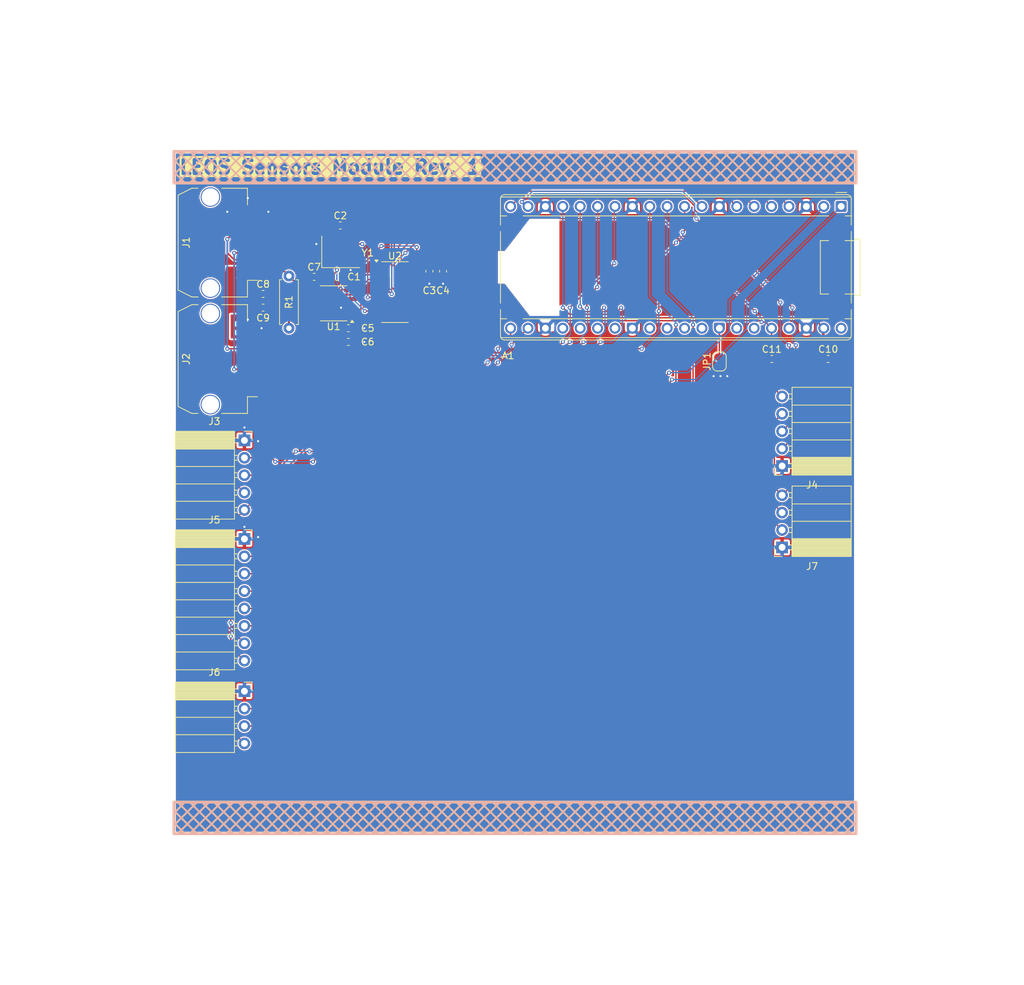
<source format=kicad_pcb>
(kicad_pcb (version 20241229) (generator "pcbnew") (generator_version "9.0")
  (title_block (title "LEOS Sensor Module") (date "2025-09-30") (rev "2") (company "Lightning From the Edge of Space"))
  (layers (0 "F.Cu" signal) (2 "B.Cu" signal) (13 "F.Paste" user) (15 "B.Paste" user) (5 "F.SilkS" user "F.Silkscreen") (7 "B.SilkS" user "B.Silkscreen") (1 "F.Mask" user) (3 "B.Mask" user) (25 "Edge.Cuts" user))
  (net 0 "")
  (net 1 "SPI1_MISO")
  (net 2 "I2C1_SDA")
  (net 3 "SPI1_CS")
  (net 4 "/CAN_SCK")
  (net 5 "GP7")
  (net 6 "ADC2")
  (net 7 "/CAN_MISO")
  (net 8 "SPI1_SCK")
  (net 9 "GND")
  (net 11 "VDD")
  (net 12 "GP22")
  (net 13 "RUN")
  (net 15 "I2C1_SCL")
  (net 16 "Net-(A1-AGND)")
  (net 17 "UART1_RX")
  (net 18 "ADC1")
  (net 19 "UART1_TX")
  (net 20 "ADC0")
  (net 22 "SPI1_MOSI")
  (net 23 "/CAN_INT")
  (net 24 "/CAN_MOSI")
  (net 25 "/CAN_CS")
  (net 26 "+5V")
  (net 27 "/OSC1")
  (net 28 "/OSC2")
  (net 29 "/CAN+")
  (net 30 "/CAN-")
  (net 31 "/RXCAN")
  (net 32 "/TXCAN")
  (net 36 "UART0_RX")
  (net 37 "GP21")
  (net 38 "GP19")
  (net 39 "UART0_TX")
  (net 40 "GP20")
  (net 41 "I2C0_SDA")
  (net 42 "GP18")
  (net 43 "I2C0_SCL")
  (footprint "Capacitor_SMD:C_0603_1608Metric" (layer "F.Cu") (at 195.725 80.5)
    (property "Reference" "C10")
    (property "Value" "0.1uF")
  )
  (footprint "Capacitor_SMD:C_0603_1608Metric" (layer "F.Cu") (at 124 68.5)
    (property "Reference" "C1")
    (property "Value" "12pF")
  )
  (footprint "Connector_PinSocket_2.54mm:PinSocket_1x04_P2.54mm_Horizontal" (layer "F.Cu") (at 189 108 180)
    (property "Reference" "J7")
    (property "Value" "UART 1")
  )
  (footprint "Jumper:SolderJumper-2_P1.3mm_Bridged_RoundedPad1.0x1.5mm" (layer "F.Cu") (at 179.84 80.85 90)
    (property "Reference" "JP1")
    (property "Value" "AGND Tie")
  )
  (footprint "Package_SO:SOIC-8_3.9x4.9mm_P1.27mm" (layer "F.Cu") (at 123.525 72.365 180)
    (property "Reference" "U1")
    (property "Value" "MCP2562FD")
  )
  (footprint "Capacitor_SMD:C_0603_1608Metric" (layer "F.Cu") (at 120.68 68.5)
    (property "Reference" "C7")
    (property "Value" "0.1uF")
  )
  (footprint "Connector_PinSocket_2.54mm:PinSocket_1x04_P2.54mm_Horizontal" (layer "F.Cu") (at 110.5 129)
    (property "Reference" "J6")
    (property "Value" "UART 0")
  )
  (footprint "Resistor_THT:R_Axial_DIN0207_L6.3mm_D2.5mm_P7.62mm_Horizontal" (layer "F.Cu") (at 117 76 90)
    (property "Reference" "R1")
    (property "Value" "120R")
  )
  (footprint "Capacitor_SMD:C_0603_1608Metric" (layer "F.Cu") (at 113.225 71)
    (property "Reference" "C8")
    (property "Value" "47uF")
  )
  (footprint "Connector_PinSocket_2.54mm:PinSocket_1x08_P2.54mm_Horizontal" (layer "F.Cu") (at 110.5 106.76)
    (property "Reference" "J5")
    (property "Value" "SPI 1")
  )
  (footprint "Capacitor_SMD:C_0603_1608Metric" (layer "F.Cu") (at 137.5 67.68 -90)
    (property "Reference" "C3")
    (property "Value" "0.1uF")
  )
  (footprint "Capacitor_SMD:C_0603_1608Metric" (layer "F.Cu") (at 139.5 67.68 -90)
    (property "Reference" "C4")
    (property "Value" "1uF")
  )
  (footprint "Connector_Molex:Molex_Micro-Fit_3.0_43650-0410_1x04-1MP_P3.00mm_Horizontal_PnP" (layer "F.Cu") (at 105.88 63.5 90)
    (property "Reference" "J1")
    (property "Value" "MicroFit_1x4")
  )
  (footprint "Capacitor_SMD:C_0603_1608Metric" (layer "F.Cu") (at 187.5 80.5)
    (property "Reference" "C11")
    (property "Value" "10uF")
  )
  (footprint "Capacitor_SMD:C_0603_1608Metric" (layer "F.Cu") (at 113.225 73)
    (property "Reference" "C9")
    (property "Value" "0.1uF")
  )
  (footprint "Crystal:Crystal_SMD_3225-4Pin_3.2x2.5mm_HandSoldering" (layer "F.Cu") (at 124.55 64.85)
    (property "Reference" "Y1")
    (property "Value" "40 MHz")
  )
  (footprint "Capacitor_SMD:C_0603_1608Metric" (layer "F.Cu") (at 125.68 78)
    (property "Reference" "C6")
    (property "Value" "1uF")
  )
  (footprint "Connector_PinSocket_2.54mm:PinSocket_1x05_P2.54mm_Horizontal" (layer "F.Cu") (at 110.5 92.38)
    (property "Reference" "J3")
    (property "Value" "I2C 0")
  )
  (footprint "Connector_PinSocket_2.54mm:PinSocket_1x05_P2.54mm_Horizontal" (layer "F.Cu") (at 189 96.12 180)
    (property "Reference" "J4")
    (property "Value" "I2C 1")
  )
  (footprint "Capacitor_SMD:C_0603_1608Metric" (layer "F.Cu") (at 124.5 61)
    (property "Reference" "C2")
    (property "Value" "12pF")
  )
  (footprint "Connector_Molex:Molex_Micro-Fit_3.0_43650-0410_1x04-1MP_P3.00mm_Horizontal_PnP" (layer "F.Cu") (at 105.88 80.5 90)
    (property "Reference" "J2")
    (property "Value" "MicroFit_1x4")
  )
  (footprint "Package_SO:SOIC-14_3.9x8.7mm_P1.27mm" (layer "F.Cu") (at 132.475 70.73)
    (property "Reference" "U2")
    (property "Value" "MCP2518FD")
  )
  (footprint "Capacitor_SMD:C_0603_1608Metric" (layer "F.Cu") (at 125.68 76)
    (property "Reference" "C5")
    (property "Value" "0.1uF")
  )
  (footprint "Module:RaspberryPi_Pico_Common_THT" (layer "F.Cu") (at 197.62 58.22 -90)
    (property "Reference" "A1")
    (property "Value" "RaspberryPi_Pico")
  )
  (gr_rect (start 100 50) (end 200 150) (stroke (width 0.00001)) (fill no) (layer "Edge.Cuts"))
  (gr_text "LEOS Sensors Module Rev. 1" (at 123 52.5 0) (layer "F.SilkS" knockout) (effects (font (size 2 2) (thickness 0.5) (bold yes))))
  (segment (start 162.419 73.581) (end 163 73) (width 0.2) (layer "F.Cu") (net 1))
  (segment (start 159.5 72.821659) (end 160.259341 73.581) (width 0.2) (layer "F.Cu") (net 1))
  (segment (start 160.259341 73.581) (end 162.419 73.581) (width 0.2) (layer "F.Cu") (net 1))
  (segment (start 110.5 114.38) (end 123.62 114.38) (width 0.2) (layer "F.Cu") (net 1))
  (segment (start 123.62 114.38) (end 160 78) (width 0.2) (layer "F.Cu") (net 1))
  (via (at 163 73) (size 0.6) (drill 0.3) (layers "F.Cu" "B.Cu") (net 1))
  (via (at 159.5 72.821659) (size 0.6) (drill 0.3) (layers "F.Cu" "B.Cu") (net 1))
  (via (at 160 78) (size 0.6) (drill 0.3) (layers "F.Cu" "B.Cu") (net 1))
  (segment (start 159.52 72.801659) (end 159.5 72.821659) (width 0.2) (layer "B.Cu") (net 1))
  (segment (start 159.52 58.22) (end 159.52 72.801659) (width 0.2) (layer "B.Cu") (net 1))
  (segment (start 163.141 73.141) (end 163 73) (width 0.2) (layer "B.Cu") (net 1))
  (segment (start 163.141 76.447765) (end 163.141 73.141) (width 0.2) (layer "B.Cu") (net 1))
  (segment (start 161.588765 78) (end 163.141 76.447765) (width 0.2) (layer "B.Cu") (net 1))
  (segment (start 160 78) (end 161.588765 78) (width 0.2) (layer "B.Cu") (net 1))
  (segment (start 190 78.5) (end 190.131 78.631) (width 0.2) (layer "F.Cu") (net 2))
  (segment (start 188.75 72.25) (end 176.5 60) (width 0.2) (layer "F.Cu") (net 2))
  (segment (start 151.64 58.22) (end 151 57.58) (width 0.2) (layer "F.Cu") (net 2))
  (segment (start 151.9 58.22) (end 151.64 58.22) (width 0.2) (layer "F.Cu") (net 2))
  (segment (start 190.131 78.631) (end 190.131 89.909) (width 0.2) (layer "F.Cu") (net 2))
  (segment (start 190.131 89.909) (end 189 91.04) (width 0.2) (layer "F.Cu") (net 2))
  (via (at 151 57.58) (size 0.6) (drill 0.3) (layers "F.Cu" "B.Cu") (net 2))
  (via (at 190 78.5) (size 0.6) (drill 0.3) (layers "F.Cu" "B.Cu") (net 2))
  (via (at 176.5 60) (size 0.6) (drill 0.3) (layers "F.Cu" "B.Cu") (net 2))
  (via (at 188.75 72.25) (size 0.6) (drill 0.3) (layers "F.Cu" "B.Cu") (net 2))
  (segment (start 176.219 57.772235) (end 176.219 59.719) (width 0.2) (layer "B.Cu") (net 2))
  (segment (start 176.219 59.719) (end 176.5 60) (width 0.2) (layer "B.Cu") (net 2))
  (segment (start 188.75 77.25) (end 190 78.5) (width 0.2) (layer "B.Cu") (net 2))
  (segment (start 174.446765 56) (end 176.219 57.772235) (width 0.2) (layer "B.Cu") (net 2))
  (segment (start 152.58 56) (end 174.446765 56) (width 0.2) (layer "B.Cu") (net 2))
  (segment (start 151 57.58) (end 152.58 56) (width 0.2) (layer "B.Cu") (net 2))
  (segment (start 188.75 72.25) (end 188.75 77.25) (width 0.2) (layer "B.Cu") (net 2))
  (segment (start 110.5 116.92) (end 123.58 116.92) (width 0.2) (layer "F.Cu") (net 3))
  (segment (start 123.58 116.92) (end 162.5 78) (width 0.2) (layer "F.Cu") (net 3))
  (segment (start 157.962 73.962) (end 157 73) (width 0.2) (layer "F.Cu") (net 3))
  (segment (start 164.538 73.962) (end 157.962 73.962) (width 0.2) (layer "F.Cu") (net 3))
  (segment (start 165.5 73) (end 164.538 73.962) (width 0.2) (layer "F.Cu") (net 3))
  (via (at 165.5 73) (size 0.6) (drill 0.3) (layers "F.Cu" "B.Cu") (net 3))
  (via (at 162.5 78) (size 0.6) (drill 0.3) (layers "F.Cu" "B.Cu") (net 3))
  (via (at 157 73) (size 0.6) (drill 0.3) (layers "F.Cu" "B.Cu") (net 3))
  (segment (start 156.98 72.98) (end 156.98 58.22) (width 0.2) (layer "B.Cu") (net 3))
  (segment (start 157 73) (end 156.98 72.98) (width 0.2) (layer "B.Cu") (net 3))
  (segment (start 165.681 73.181) (end 165.5 73) (width 0.2) (layer "B.Cu") (net 3))
  (segment (start 162.5 78) (end 164.128765 78) (width 0.2) (layer "B.Cu") (net 3))
  (segment (start 165.681 76.447765) (end 165.681 73.181) (width 0.2) (layer "B.Cu") (net 3))
  (segment (start 164.128765 78) (end 165.681 76.447765) (width 0.2) (layer "B.Cu") (net 3))
  (segment (start 183.78 52) (end 143 52) (width 0.2) (layer "F.Cu") (net 4))
  (segment (start 132 70.024999) (end 133.975001 72) (width 0.2) (layer "F.Cu") (net 4))
  (segment (start 133.975001 72) (end 134.95 72) (width 0.2) (layer "F.Cu") (net 4))
  (segment (start 190 58.22) (end 183.78 52) (width 0.2) (layer "F.Cu") (net 4))
  (segment (start 143 52) (end 132 63) (width 0.2) (layer "F.Cu") (net 4))
  (segment (start 132 63) (end 132 70.024999) (width 0.2) (layer "F.Cu") (net 4))
  (segment (start 174.76 61.74) (end 174.5 62) (width 0.2) (layer "F.Cu") (net 5))
  (segment (start 173.5 63.5) (end 171 66) (width 0.2) (layer "F.Cu") (net 5))
  (segment (start 164 79) (end 123.54 119.46) (width 0.2) (layer "F.Cu") (net 5))
  (segment (start 174.76 58.22) (end 174.76 61.74) (width 0.2) (layer "F.Cu") (net 5))
  (segment (start 123.54 119.46) (end 110.5 119.46) (width 0.2) (layer "F.Cu") (net 5))
  (segment (start 168.5 79) (end 164 79) (width 0.2) (layer "F.Cu") (net 5))
  (segment (start 171 66) (end 171 73.5) (width 0.2) (layer "F.Cu") (net 5))
  (via (at 173.5 63.5) (size 0.6) (drill 0.3) (layers "F.Cu" "B.Cu") (net 5))
  (via (at 168.5 79) (size 0.6) (drill 0.3) (layers "F.Cu" "B.Cu") (net 5))
  (via (at 174.5 62) (size 0.6) (drill 0.3) (layers "F.Cu" "B.Cu") (net 5))
  (via (at 171 73.5) (size 0.6) (drill 0.3) (layers "F.Cu" "B.Cu") (net 5))
  (segment (start 171 73.5) (end 171 76.5) (width 0.2) (layer "B.Cu") (net 5))
  (segment (start 174.5 62) (end 174.5 62.5) (width 0.2) (layer "B.Cu") (net 5))
  (segment (start 174.5 62.5) (end 173.5 63.5) (width 0.2) (layer "B.Cu") (net 5))
  (segment (start 171 76.5) (end 168.5 79) (width 0.2) (layer "B.Cu") (net 5))
  (segment (start 133 68) (end 134.46 69.46) (width 0.2) (layer "F.Cu") (net 7))
  (segment (start 133 64) (end 133 68) (width 0.2) (layer "F.Cu") (net 7))
  (segment (start 134.46 69.46) (end 134.95 69.46) (width 0.2) (layer "F.Cu") (net 7))
  (segment (start 184.92 58.22) (end 180.7 54) (width 0.2) (layer "F.Cu") (net 7))
  (segment (start 143 54) (end 133 64) (width 0.2) (layer "F.Cu") (net 7))
  (segment (start 180.7 54) (end 143 54) (width 0.2) (layer "F.Cu") (net 7))
  (segment (start 164.5 66.5) (end 158 73) (width 0.2) (layer "F.Cu") (net 8))
  (segment (start 125.7 109.3) (end 157 78) (width 0.2) (layer "F.Cu") (net 8))
  (segment (start 110.5 109.3) (end 125.7 109.3) (width 0.2) (layer "F.Cu") (net 8))
  (via (at 157 78) (size 0.6) (drill 0.3) (layers "F.Cu" "B.Cu") (net 8))
  (via (at 158 73) (size 0.6) (drill 0.3) (layers "F.Cu" "B.Cu") (net 8))
  (via (at 164.5 66.5) (size 0.6) (drill 0.3) (layers "F.Cu" "B.Cu") (net 8))
  (segment (start 158.061 76.939) (end 158.061 73.061) (width 0.2) (layer "B.Cu") (net 8))
  (segment (start 164.5 58.32) (end 164.6 58.22) (width 0.2) (layer "B.Cu") (net 8))
  (segment (start 157 78) (end 158.061 76.939) (width 0.2) (layer "B.Cu") (net 8))
  (segment (start 158.061 73.061) (end 158 73) (width 0.2) (layer "B.Cu") (net 8))
  (segment (start 164.5 66.5) (end 164.5 58.32) (width 0.2) (layer "B.Cu") (net 8))
  (segment (start 124.775 68.5) (end 125 68.5) (width 0.2) (layer "F.Cu") (net 9))
  (segment (start 126 73) (end 124.610602 73) (width 0.2) (layer "F.Cu") (net 9))
  (segment (start 125 68.5) (end 126 67.5) (width 0.2) (layer "F.Cu") (net 9))
  (segment (start 124.610602 73) (end 124.607801 73.002801) (width 0.2) (layer "F.Cu") (net 9))
  (segment (start 124.775 68.5) (end 124.775 67.225) (width 0.2) (layer "F.Cu") (net 9))
  (segment (start 124.775 67.225) (end 126 66) (width 0.2) (layer "F.Cu") (net 9))
  (segment (start 126 66) (end 126.5 66) (width 0.2) (layer "F.Cu") (net 9))
  (via (at 111 74.75) (size 0.6) (drill 0.3) (layers "F.Cu" "B.Cu") (net 9))
  (via (at 111 57) (size 0.6) (drill 0.3) (layers "F.Cu" "B.Cu") (net 9))
  (via (at 112.5 106.5) (size 0.6) (drill 0.3) (layers "F.Cu" "B.Cu") (net 9))
  (via (at 181 83) (size 0.6) (drill 0.3) (layers "F.Cu" "B.Cu") (net 9))
  (via (at 121 63.7) (size 0.6) (drill 0.3) (layers "F.Cu" "B.Cu") (net 9))
  (via (at 114 59) (size 0.6) (drill 0.3) (layers "F.Cu" "B.Cu") (net 9))
  (via (at 110.5 90.5) (size 0.6) (drill 0.3) (layers "F.Cu" "B.Cu") (net 9))
  (via (at 110.5 105) (size 0.6) (drill 0.3) (layers "F.Cu" "B.Cu") (net 9))
  (via (at 128 78) (size 0.6) (drill 0.3) (layers "F.Cu" "B.Cu") (net 9))
  (via (at 180 83) (size 0.6) (drill 0.3) (layers "F.Cu" "B.Cu") (net 9))
  (via (at 137.5 69.5) (size 0.6) (drill 0.3) (layers "F.Cu" "B.Cu") (net 9))
  (via (at 126 67.5) (size 0.6) (drill 0.3) (layers "F.Cu" "B.Cu") (net 9))
  (via (at 128 76) (size 0.6) (drill 0.3) (layers "F.Cu" "B.Cu") (net 9))
  (via (at 179 83) (size 0.6) (drill 0.3) (layers "F.Cu" "B.Cu") (net 9))
  (via (at 113 76) (size 0.6) (drill 0.3) (layers "F.Cu" "B.Cu") (net 9))
  (via (at 108 59) (size 0.6) (drill 0.3) (layers "F.Cu" "B.Cu") (net 9))
  (via (at 112.5 92.5) (size 0.6) (drill 0.3) (layers "F.Cu" "B.Cu") (net 9))
  (via (at 124.607801 73.002801) (size 0.6) (drill 0.3) (layers "F.Cu" "B.Cu") (net 9))
  (via (at 139.5 69.5) (size 0.6) (drill 0.3) (layers "F.Cu" "B.Cu") (net 9))
  (segment (start 135.660122 66.209878) (end 135.660122 64.160122) (width 0.2) (layer "F.Cu") (net 11))
  (segment (start 156.591 60) (end 171.5 60) (width 0.2) (layer "F.Cu") (net 11))
  (segment (start 152.108269 59.909) (end 156.531836 59.909) (width 0.2) (layer "F.Cu") (net 11))
  (segment (start 124.04 70.46) (end 121.05 70.46) (width 0.2) (layer "F.Cu") (net 11))
  (segment (start 134.95 66.92) (end 135.660122 66.209878) (width 0.2) (layer "F.Cu") (net 11))
  (segment (start 145.36 61) (end 151.017269 61) (width 0.2) (layer "F.Cu") (net 11))
  (segment (start 134.95 66.92) (end 139.485 66.92) (width 0.2) (layer "F.Cu") (net 11))
  (segment (start 156.558235 74.919) (end 156.545235 74.906) (width 0.2) (layer "F.Cu") (net 11))
  (segment (start 110.5 102.54) (end 133.04 80) (width 0.2) (layer "F.Cu") (net 11))
  (segment (start 139.485 66.92) (end 139.5 66.905) (width 0.2) (layer "F.Cu") (net 11))
  (segment (start 151.017269 61) (end 152.108269 59.909) (width 0.2) (layer "F.Cu") (net 11))
  (segment (start 121.05 70.46) (end 120.46 70.46) (width 0.2) (layer "F.Cu") (net 11))
  (segment (start 186.565 75.105) (end 187.46 76) (width 0.2) (layer "F.Cu") (net 11))
  (segment (start 156.531836 59.909) (end 156.591 59.968164) (width 0.2) (layer "F.Cu") (net 11))
  (segment (start 185.801 74.906) (end 186 75.105) (width 0.2) (layer "F.Cu") (net 11))
  (segment (start 120.46 70.46) (end 119.905 69.905) (width 0.2) (layer "F.Cu") (net 11))
  (segment (start 139.5 66.905) (end 139.5 66.86) (width 0.2) (layer "F.Cu") (net 11))
  (segment (start 156.532235 74.919) (end 156.558235 74.919) (width 0.2) (layer "F.Cu") (net 11))
  (segment (start 155.899 75.552235) (end 156.532235 74.919) (width 0.2) (layer "F.Cu") (net 11))
  (segment (start 130.5 64) (end 124.04 70.46) (width 0.2) (layer "F.Cu") (net 11))
  (segment (start 156.591 59.968164) (end 156.591 60) (width 0.2) (layer "F.Cu") (net 11))
  (segment (start 189 85.96) (end 186.725 83.685) (width 0.2) (layer "F.Cu") (net 11))
  (segment (start 119.905 69.905) (end 119.905 68.5) (width 0.2) (layer "F.Cu") (net 11))
  (segment (start 108.5 119) (end 108.5 104.54) (width 0.2) (layer "F.Cu") (net 11))
  (segment (start 153.5 80) (end 156.475618 77.024382) (width 0.2) (layer "F.Cu") (net 11))
  (segment (start 171.5 60) (end 185 73.5) (width 0.2) (layer "F.Cu") (net 11))
  (segment (start 155.899 76.447765) (end 155.899 75.552235) (width 0.2) (layer "F.Cu") (net 11))
  (segment (start 110.5 124.54) (end 108.5 122.54) (width 0.2) (layer "F.Cu") (net 11))
  (segment (start 187.46 76) (end 187.46 79.765) (width 0.2) (layer "F.Cu") (net 11))
  (segment (start 139.5 66.86) (end 145.36 61) (width 0.2) (layer "F.Cu") (net 11))
  (segment (start 156.545235 74.906) (end 185.801 74.906) (width 0.2) (layer "F.Cu") (net 11))
  (segment (start 133.04 80) (end 153.5 80) (width 0.2) (layer "F.Cu") (net 11))
  (segment (start 186.725 83.685) (end 186.725 80.5) (width 0.2) (layer "F.Cu") (net 11))
  (segment (start 187.46 79.765) (end 186.725 80.5) (width 0.2) (layer "F.Cu") (net 11))
  (segment (start 108.5 122.54) (end 108.5 121) (width 0.2) (layer "F.Cu") (net 11))
  (segment (start 186 75.105) (end 186.565 75.105) (width 0.2) (layer "F.Cu") (net 11))
  (segment (start 156.475618 77.024382) (end 155.899 76.447765) (width 0.2) (layer "F.Cu") (net 11))
  (segment (start 108.5 104.54) (end 110.5 102.54) (width 0.2) (layer "F.Cu") (net 11))
  (via (at 186 75.105) (size 0.6) (drill 0.3) (layers "F.Cu" "B.Cu") (net 11))
  (via (at 108.5 121) (size 0.6) (drill 0.3) (layers "F.Cu" "B.Cu") (net 11))
  (via (at 185 73.5) (size 0.6) (drill 0.3) (layers "F.Cu" "B.Cu") (net 11))
  (via (at 130.5 64) (size 0.6) (drill 0.3) (layers "F.Cu" "B.Cu") (net 11))
  (via (at 135.660122 64.160122) (size 0.6) (drill 0.3) (layers "F.Cu" "B.Cu") (net 11))
  (via (at 108.5 119) (size 0.6) (drill 0.3) (layers "F.Cu" "B.Cu") (net 11))
  (segment (start 135.5 64) (end 135.660122 64.160122) (width 0.2) (layer "B.Cu") (net 11))
  (segment (start 186.001 74.501) (end 185 73.5) (width 0.2) (layer "B.Cu") (net 11))
  (segment (start 186.001 75.104) (end 186.001 74.501) (width 0.2) (layer "B.Cu") (net 11))
  (segment (start 186 75.105) (end 186.001 75.104) (width 0.2) (layer "B.Cu") (net 11))
  (segment (start 108.5 121) (end 108.5 119) (width 0.2) (layer "B.Cu") (net 11))
  (segment (start 130.5 64) (end 135.5 64) (width 0.2) (layer "B.Cu") (net 11))
  (segment (start 176.219 58.150235) (end 176.219 58.719) (width 0.2) (layer "F.Cu") (net 15))
  (segment (start 191 78.5) (end 191 91.58) (width 0.2) (layer "F.Cu") (net 15))
  (segment (start 149.36 58.22) (end 151.08 56.5) (width 0.2) (layer "F.Cu") (net 15))
  (segment (start 151.08 56.5) (end 174.568765 56.5) (width 0.2) (layer "F.Cu") (net 15))
  (segment (start 174.568765 56.5) (end 176.219 58.150235) (width 0.2) (layer "F.Cu") (net 15))
  (segment (start 176.219 58.719) (end 190.5 73) (width 0.2) (layer "F.Cu") (net 15))
  (segment (start 191 91.58) (end 189 93.58) (width 0.2) (layer "F.Cu") (net 15))
  (via (at 190.5 73) (size 0.6) (drill 0.3) (layers "F.Cu" "B.Cu") (net 15))
  (via (at 191 78.5) (size 0.6) (drill 0.3) (layers "F.Cu" "B.Cu") (net 15))
  (segment (start 190.5 77.028765) (end 190.5 78) (width 0.2) (layer "B.Cu") (net 15))
  (segment (start 190.5 78) (end 191 78.5) (width 0.2) (layer "B.Cu") (net 15))
  (segment (start 190.5 74.971235) (end 191.081 75.552235) (width 0.2) (layer "B.Cu") (net 15))
  (segment (start 191.081 76.447765) (end 190.5 77.028765) (width 0.2) (layer "B.Cu") (net 15))
  (segment (start 191.081 75.552235) (end 191.081 76.447765) (width 0.2) (layer "B.Cu") (net 15))
  (segment (start 190.5 73) (end 190.5 74.971235) (width 0.2) (layer "B.Cu") (net 15))
  (segment (start 179.84 76) (end 179.84 80.2) (width 0.2) (layer "F.Cu") (net 16))
  (segment (start 173.5 89.96) (end 173.5 75.5) (width 0.2) (layer "F.Cu") (net 17))
  (segment (start 189 105.46) (end 173.5 89.96) (width 0.2) (layer "F.Cu") (net 17))
  (via (at 173.5 75.5) (size 0.6) (drill 0.3) (layers "F.Cu" "B.Cu") (net 17))
  (segment (start 173.5 75.178341) (end 169.68 71.358341) (width 0.2) (layer "B.Cu") (net 17))
  (segment (start 173.5 75.5) (end 173.5 75.178341) (width 0.2) (layer "B.Cu") (net 17))
  (segment (start 169.68 71.358341) (end 169.68 58.22) (width 0.2) (layer "B.Cu") (net 17))
  (segment (start 189 102.92) (end 176 89.92) (width 0.2) (layer "F.Cu") (net 19))
  (segment (start 176 89.92) (end 176 75.5) (width 0.2) (layer "F.Cu") (net 19))
  (via (at 176 75.5) (size 0.6) (drill 0.3) (layers "F.Cu" "B.Cu") (net 19))
  (segment (start 176 74.5) (end 172.22 70.72) (width 0.2) (layer "B.Cu") (net 19))
  (segment (start 176 75.5) (end 176 74.5) (width 0.2) (layer "B.Cu") (net 19))
  (segment (start 172.22 70.72) (end 172.22 58.22) (width 0.2) (layer "B.Cu") (net 19))
  (segment (start 160.5 73) (end 160.5 71.5) (width 0.2) (layer "F.Cu") (net 22))
  (segment (start 110.5 111.84) (end 124.16 111.84) (width 0.2) (layer "F.Cu") (net 22))
  (segment (start 124.16 111.84) (end 158 78) (width 0.2) (layer "F.Cu") (net 22))
  (segment (start 160.5 71.5) (end 162 70) (width 0.2) (layer "F.Cu") (net 22))
  (via (at 158 78) (size 0.6) (drill 0.3) (layers "F.Cu" "B.Cu") (net 22))
  (via (at 162 70) (size 0.6) (drill 0.3) (layers "F.Cu" "B.Cu") (net 22))
  (via (at 160.5 73) (size 0.6) (drill 0.3) (layers "F.Cu" "B.Cu") (net 22))
  (segment (start 160.601 76.447765) (end 160.601 73.101) (width 0.2) (layer "B.Cu") (net 22))
  (segment (start 162.06 69.94) (end 162.06 58.22) (width 0.2) (layer "B.Cu") (net 22))
  (segment (start 162 70) (end 162.06 69.94) (width 0.2) (layer "B.Cu") (net 22))
  (segment (start 160.601 73.101) (end 160.5 73) (width 0.2) (layer "B.Cu") (net 22))
  (segment (start 159.048765 78) (end 160.601 76.447765) (width 0.2) (layer "B.Cu") (net 22))
  (segment (start 158 78) (end 159.048765 78) (width 0.2) (layer "B.Cu") (net 22))
  (segment (start 131.73 70.73) (end 132 71) (width 0.2) (layer "F.Cu") (net 23))
  (segment (start 130 70.73) (end 131.73 70.73) (width 0.2) (layer "F.Cu") (net 23))
  (segment (start 175.08 56) (end 177.3 58.22) (width 0.2) (layer "F.Cu") (net 23))
  (segment (start 143 56) (end 175.08 56) (width 0.2) (layer "F.Cu") (net 23))
  (segment (start 134 65) (end 143 56) (width 0.2) (layer "F.Cu") (net 23))
  (via (at 132 71) (size 0.6) (drill 0.3) (layers "F.Cu" "B.Cu") (net 23))
  (via (at 134 65) (size 0.6) (drill 0.3) (layers "F.Cu" "B.Cu") (net 23))
  (segment (start 132 71) (end 132 67) (width 0.2) (layer "B.Cu") (net 23))
  (segment (start 132 67) (end 134 65) (width 0.2) (layer "B.Cu") (net 23))
  (segment (start 133.975001 70.73) (end 132.381 69.135999) (width 0.2) (layer "F.Cu") (net 24))
  (segment (start 132.381 69.135999) (end 132.381 63.619) (width 0.2) (layer "F.Cu") (net 24))
  (segment (start 143 53) (end 182.24 53) (width 0.2) (layer "F.Cu") (net 24))
  (segment (start 134.95 70.73) (end 133.975001 70.73) (width 0.2) (layer "F.Cu") (net 24))
  (segment (start 132.381 63.619) (end 143 53) (width 0.2) (layer "F.Cu") (net 24))
  (segment (start 182.24 53) (end 187.46 58.22) (width 0.2) (layer "F.Cu") (net 24))
  (segment (start 179.16 55) (end 182.38 58.22) (width 0.2) (layer "F.Cu") (net 25))
  (segment (start 143 55) (end 179.16 55) (width 0.2) (layer "F.Cu") (net 25))
  (segment (start 133.381 64.619) (end 143 55) (width 0.2) (layer "F.Cu") (net 25))
  (segment (start 134.95 68.19) (end 133.975001 68.19) (width 0.2) (layer "F.Cu") (net 25))
  (segment (start 133.975001 68.19) (end 133.381 67.595999) (width 0.2) (layer "F.Cu") (net 25))
  (segment (start 133.381 67.595999) (end 133.381 64.619) (width 0.2) (layer "F.Cu") (net 25))
  (segment (start 107.5 118.5) (end 107.5 96) (width 0.2) (layer "F.Cu") (net 26))
  (segment (start 193.58 74.5) (end 195.08 76) (width 0.25) (layer "F.Cu") (net 26))
  (segment (start 194.95 80.5) (end 194.95 81.05) (width 0.25) (layer "F.Cu") (net 26))
  (segment (start 114.5 80.5) (end 110 80.5) (width 0.25) (layer "F.Cu") (net 26))
  (segment (start 124.001801 72.751787) (end 124.001801 75.096801) (width 0.25) (layer "F.Cu") (net 26))
  (segment (start 195.08 76) (end 195.08 76.92) (width 0.25) (layer "F.Cu") (net 26))
  (segment (start 110.5 136.62) (end 107.5 133.62) (width 0.2) (layer "F.Cu") (net 26))
  (segment (start 192 84) (end 192 97.38) (width 0.2) (layer "F.Cu") (net 26))
  (segment (start 195.08 76) (end 195.08 76.42) (width 0.25) (layer "F.Cu") (net 26))
  (segment (start 116 79) (end 114.5 80.5) (width 0.25) (layer "F.Cu") (net 26))
  (segment (start 110.5 100) (end 107.5 97) (width 0.2) (layer "F.Cu") (net 26))
  (segment (start 125 79) (end 143 79) (width 0.25) (layer "F.Cu") (net 26))
  (segment (start 195.08 76.42) (end 194.95 76.55) (width 0.25) (layer "F.Cu") (net 26))
  (segment (start 107.5 96) (end 107.5 85.5) (width 0.2) (layer "F.Cu") (net 26))
  (segment (start 187.869 89.631) (end 189 88.5) (width 0.2) (layer "F.Cu") (net 26))
  (segment (start 187.869 99.249) (end 187.869 89.631) (width 0.2) (layer "F.Cu") (net 26))
  (segment (start 194.95 76.55) (end 194.95 80.5) (width 0.25) (layer "F.Cu") (net 26))
  (segment (start 107.5 119) (end 107.5 118.5) (width 0.2) (layer "F.Cu") (net 26))
  (segment (start 147.5 74.5) (end 193.58 74.5) (width 0.25) (layer "F.Cu") (net 26))
  (segment (start 194.95 81.05) (end 192 84) (width 0.25) (layer "F.Cu") (net 26))
  (segment (start 124.905 78.905) (end 124.905 76) (width 0.25) (layer "F.Cu") (net 26))
  (segment (start 143 79) (end 147.5 74.5) (width 0.25) (layer "F.Cu") (net 26))
  (segment (start 116 79) (end 125 79) (width 0.25) (layer "F.Cu") (net 26))
  (segment (start 189 100.38) (end 187.869 99.249) (width 0.2) (layer "F.Cu") (net 26))
  (segment (start 192 97.38) (end 189 100.38) (width 0.2) (layer "F.Cu") (net 26))
  (segment (start 126 71.73) (end 125.023588 71.73) (width 0.25) (layer "F.Cu") (net 26))
  (segment (start 107.5 133.62) (end 107.5 118.5) (width 0.2) (layer "F.Cu") (net 26))
  (segment (start 107.5 97) (end 107.5 96) (width 0.2) (layer "F.Cu") (net 26))
  (segment (start 125 79) (end 124.905 78.905) (width 0.25) (layer "F.Cu") (net 26))
  (segment (start 110.5 122) (end 107.5 119) (width 0.2) (layer "F.Cu") (net 26))
  (segment (start 125.023588 71.73) (end 124.001801 72.751787) (width 0.25) (layer "F.Cu") (net 26))
  (segment (start 124.001801 75.096801) (end 124.905 76) (width 0.25) (layer "F.Cu") (net 26))
  (segment (start 123.225 68.5) (end 123.225 66.125) (width 0.2) (layer "F.Cu") (net 27))
  (segment (start 128.090209 73.5) (end 129.77 73.5) (width 0.2) (layer "F.Cu") (net 27))
  (segment (start 129.77 73.5) (end 130 73.27) (width 0.2) (layer "F.Cu") (net 27))
  (segment (start 124 67.725) (end 123.225 68.5) (width 0.2) (layer "F.Cu") (net 27))
  (segment (start 124 67.5) (end 124 67.725) (width 0.2) (layer "F.Cu") (net 27))
  (segment (start 128.08 73.489791) (end 128.090209 73.5) (width 0.2) (layer "F.Cu") (net 27))
  (segment (start 123.225 66.125) (end 123.1 66) (width 0.2) (layer "F.Cu") (net 27))
  (segment (start 123.1 66.6) (end 124 67.5) (width 0.2) (layer "F.Cu") (net 27))
  (segment (start 123.1 66) (end 123.1 66.6) (width 0.2) (layer "F.Cu") (net 27))
  (via (at 124 67.5) (size 0.6) (drill 0.3) (layers "F.Cu" "B.Cu") (net 27))
  (via (at 128.08 73.489791) (size 0.6) (drill 0.3) (layers "F.Cu" "B.Cu") (net 27))
  (segment (start 124 69.409791) (end 124 67.5) (width 0.2) (layer "B.Cu") (net 27))
  (segment (start 128.08 73.489791) (end 124 69.409791) (width 0.2) (layer "B.Cu") (net 27))
  (segment (start 129.5 71.5) (end 130 72) (width 0.2) (layer "F.Cu") (net 28))
  (segment (start 125.275 62.975) (end 126 63.7) (width 0.2) (layer "F.Cu") (net 28))
  (segment (start 128.5 71.5) (end 129.5 71.5) (width 0.2) (layer "F.Cu") (net 28))
  (segment (start 125.275 61) (end 125.275 62.975) (width 0.2) (layer "F.Cu") (net 28))
  (segment (start 127.7 63.7) (end 126 63.7) (width 0.2) (layer "F.Cu") (net 28))
  (via (at 128.5 71.5) (size 0.6) (drill 0.3) (layers "F.Cu" "B.Cu") (net 28))
  (via (at 127.7 63.7) (size 0.6) (drill 0.3) (layers "F.Cu" "B.Cu") (net 28))
  (segment (start 128.5 64.5) (end 128.5 71.5) (width 0.2) (layer "B.Cu") (net 28))
  (segment (start 127.7 63.7) (end 128.5 64.5) (width 0.2) (layer "B.Cu") (net 28))
  (segment (start 122.351 71.378678) (end 122.351 72.673999) (width 0.25) (layer "F.Cu") (net 29))
  (segment (start 113.62 65) (end 117 68.38) (width 0.25) (layer "F.Cu") (net 29))
  (segment (start 122.058322 71.086) (end 122.351 71.378678) (width 0.25) (layer "F.Cu") (net 29))
  (segment (start 109 82) (end 111 82) (width 0.25) (layer "F.Cu") (net 29))
  (segment (start 122.024999 73) (end 121.05 73) (width 0.25) (layer "F.Cu") (net 29))
  (segment (start 117 68.38) (end 119.706 71.086) (width 0.25) (layer "F.Cu") (net 29))
  (segment (start 111 65) (end 109 65) (width 0.25) (layer "F.Cu") (net 29))
  (segment (start 111 65) (end 113.62 65) (width 0.25) (layer "F.Cu") (net 29))
  (segment (start 122.351 72.673999) (end 122.024999 73) (width 0.25) (layer "F.Cu") (net 29))
  (segment (start 119.706 71.086) (end 122.058322 71.086) (width 0.25) (layer "F.Cu") (net 29))
  (via (at 109 82) (size 0.6) (drill 0.3) (layers "F.Cu" "B.Cu") (net 29))
  (via (at 109 65) (size 0.6) (drill 0.3) (layers "F.Cu" "B.Cu") (net 29))
  (segment (start 109 65) (end 109 82) (width 0.25) (layer "B.Cu") (net 29))
  (segment (start 117 74.86863) (end 120.13863 71.73) (width 0.25) (layer "F.Cu") (net 30))
  (segment (start 108 63) (end 108 65) (width 0.25) (layer "F.Cu") (net 30))
  (segment (start 111 62) (end 109 62) (width 0.25) (layer "F.Cu") (net 30))
  (segment (start 117 70) (end 117 76) (width 0.25) (layer "F.Cu") (net 30))
  (segment (start 120.13863 71.73) (end 121.05 71.73) (width 0.25) (layer "F.Cu") (net 30))
  (segment (start 108 65) (end 109 66) (width 0.25) (layer "F.Cu") (net 30))
  (segment (start 117 76) (end 117 74.86863) (width 0.25) (layer "F.Cu") (net 30))
  (segment (start 109 62) (end 108 63) (width 0.25) (layer "F.Cu") (net 30))
  (segment (start 111 79) (end 108 79) (width 0.2) (layer "F.Cu") (net 30))
  (segment (start 113 66) (end 117 70) (width 0.25) (layer "F.Cu") (net 30))
  (segment (start 109 66) (end 113 66) (width 0.25) (layer "F.Cu") (net 30))
  (via (at 108 63) (size 0.6) (drill 0.3) (layers "F.Cu" "B.Cu") (net 30))
  (via (at 108 79) (size 0.6) (drill 0.3) (layers "F.Cu" "B.Cu") (net 30))
  (segment (start 108 63) (end 108 79) (width 0.25) (layer "B.Cu") (net 30))
  (segment (start 128.27 68.19) (end 126 70.46) (width 0.2) (layer "F.Cu") (net 31))
  (segment (start 130 68.19) (end 128.27 68.19) (width 0.2) (layer "F.Cu") (net 31))
  (segment (start 126.974999 74.27) (end 126 74.27) (width 0.2) (layer "F.Cu") (net 32))
  (segment (start 130.974999 66.92) (end 131.256 67.201001) (width 0.2) (layer "F.Cu") (net 32))
  (segment (start 131.256 68.522682) (end 130.899682 68.879) (width 0.2) (layer "F.Cu") (net 32))
  (segment (start 130 66.92) (end 130.974999 66.92) (width 0.2) (layer "F.Cu") (net 32))
  (segment (start 128.621 68.879) (end 127.5 70) (width 0.2) (layer "F.Cu") (net 32))
  (segment (start 127.5 70) (end 127.5 73.744999) (width 0.2) (layer "F.Cu") (net 32))
  (segment (start 130.899682 68.879) (end 128.621 68.879) (width 0.2) (layer "F.Cu") (net 32))
  (segment (start 131.256 67.201001) (end 131.256 68.522682) (width 0.2) (layer "F.Cu") (net 32))
  (segment (start 127.5 73.744999) (end 126.974999 74.27) (width 0.2) (layer "F.Cu") (net 32))
  (segment (start 110.5 131.54) (end 123.46 131.54) (width 0.2) (layer "F.Cu") (net 36))
  (segment (start 123.46 131.54) (end 172.5 82.5) (width 0.2) (layer "F.Cu") (net 36))
  (via (at 172.5 82.5) (size 0.6) (drill 0.3) (layers "F.Cu" "B.Cu") (net 36))
  (segment (start 181.299 76.447765) (end 181.299 72.001) (width 0.2) (layer "B.Cu") (net 36))
  (segment (start 172.5 82.5) (end 175.246765 82.5) (width 0.2) (layer "B.Cu") (net 36))
  (segment (start 175.246765 82.5) (end 181.299 76.447765) (width 0.2) (layer "B.Cu") (net 36))
  (segment (start 181.299 72.001) (end 195.08 58.22) (width 0.2) (layer "B.Cu") (net 36))
  (segment (start 170 86.5) (end 172.92 83.58) (width 0.2) (layer "F.Cu") (net 39))
  (segment (start 172.92 83.58) (end 172.92 83.5) (width 0.2) (layer "F.Cu") (net 39))
  (segment (start 110.5 134.08) (end 122.42 134.08) (width 0.2) (layer "F.Cu") (net 39))
  (segment (start 122.42 134.08) (end 170 86.5) (width 0.2) (layer "F.Cu") (net 39))
  (via (at 172.92 83.5) (size 0.6) (drill 0.3) (layers "F.Cu" "B.Cu") (net 39))
  (segment (start 183.839 76.069765) (end 183.839 72.001) (width 0.2) (layer "B.Cu") (net 39))
  (segment (start 183.839 72.001) (end 197.62 58.22) (width 0.2) (layer "B.Cu") (net 39))
  (segment (start 172.92 83.5) (end 176.408765 83.5) (width 0.2) (layer "B.Cu") (net 39))
  (segment (start 176.408765 83.5) (end 183.839 76.069765) (width 0.2) (layer "B.Cu") (net 39))
  (segment (start 114.54 97.46) (end 118 94) (width 0.2) (layer "F.Cu") (net 41))
  (segment (start 147.5 79) (end 149.36 77.14) (width 0.2) (layer "F.Cu") (net 41))
  (segment (start 110.5 97.46) (end 114.54 97.46) (width 0.2) (layer "F.Cu") (net 41))
  (segment (start 149.36 77.14) (end 149.36 76) (width 0.2) (layer "F.Cu") (net 41))
  (segment (start 120 94) (end 133 94) (width 0.2) (layer "F.Cu") (net 41))
  (segment (start 133 94) (end 146 81) (width 0.2) (layer "F.Cu") (net 41))
  (via (at 118 94) (size 0.6) (drill 0.3) (layers "F.Cu" "B.Cu") (net 41))
  (via (at 147.5 79) (size 0.6) (drill 0.3) (layers "F.Cu" "B.Cu") (net 41))
  (via (at 120 94) (size 0.6) (drill 0.3) (layers "F.Cu" "B.Cu") (net 41))
  (via (at 146 81) (size 0.6) (drill 0.3) (layers "F.Cu" "B.Cu") (net 41))
  (segment (start 118 94) (end 120 94) (width 0.2) (layer "B.Cu") (net 41))
  (segment (start 147.5 79) (end 147.5 79.5) (width 0.2) (layer "B.Cu") (net 41))
  (segment (start 147.5 79.5) (end 146 81) (width 0.2) (layer "B.Cu") (net 41))
  (segment (start 120.5 95.5) (end 121 95) (width 0.2) (layer "F.Cu") (net 43))
  (segment (start 114.42 94.92) (end 110.5 94.92) (width 0.2) (layer "F.Cu") (net 43))
  (segment (start 115 95.5) (end 114.42 94.92) (width 0.2) (layer "F.Cu") (net 43))
  (segment (start 121 95) (end 133.5 95) (width 0.2) (layer "F.Cu") (net 43))
  (segment (start 149.5 78.4) (end 151.9 76) (width 0.2) (layer "F.Cu") (net 43))
  (segment (start 133.5 95) (end 147.5 81) (width 0.2) (layer "F.Cu") (net 43))
  (via (at 120.5 95.5) (size 0.6) (drill 0.3) (layers "F.Cu" "B.Cu") (net 43))
  (via (at 115 95.5) (size 0.6) (drill 0.3) (layers "F.Cu" "B.Cu") (net 43))
  (via (at 147.5 81) (size 0.6) (drill 0.3) (layers "F.Cu" "B.Cu") (net 43))
  (via (at 149.5 78.4) (size 0.6) (drill 0.3) (layers "F.Cu" "B.Cu") (net 43))
  (segment (start 120.5 95.5) (end 115 95.5) (width 0.2) (layer "B.Cu") (net 43))
  (segment (start 149.5 79) (end 149.5 78.4) (width 0.2) (layer "B.Cu") (net 43))
  (segment (start 147.5 81) (end 149.5 79) (width 0.2) (layer "B.Cu") (net 43))
  (zone (net 26) (net_name "+5V") (layer "F.Cu") (name "5V") (priority 2) (connect_pads (clearance 0.25)) (min_thickness 0.25) (fill yes (thermal_gap 0.25) (thermal_bridge_width 1))
    (polygon (pts (xy 113 87) (xy 104 87) (xy 107.842082 67) (xy 113 67)))
  )
  (zone (net 9) (net_name "GND") (layer "F.Cu") (name "GND") (connect_pads (clearance 0)) (min_thickness 0.2) (fill yes (thermal_gap 0.3) (thermal_bridge_width 0.5))
    (polygon (pts (xy 100 50) (xy 200 50) (xy 200 150) (xy 100 150)))
  )
  (zone (net 9) (net_name "GND") (layer "F.Cu") (priority 2) (connect_pads (clearance 0)) (min_thickness 0.25) (fill yes (thermal_gap 0.5) (thermal_bridge_width 0.5))
    (polygon (pts (xy 108.5 74) (xy 108.5 77.5) (xy 113.5 77.5) (xy 113.5 74)))
  )
  (zone (net 9) (net_name "GND") (layer "B.Cu") (name "GND") (connect_pads (clearance 0)) (min_thickness 0.25) (fill yes (thermal_gap 0.5) (thermal_bridge_width 0.5))
    (polygon (pts (xy 100 50) (xy 200 50) (xy 200 150) (xy 100 150)))
  )
  (zone (net 0) (net_name "") (layers "*.SilkS") (connect_pads (clearance 0)) (min_thickness 0.25) (fill yes (mode hatch) (thermal_gap 0.5) (thermal_bridge_width 0.5) (hatch_thickness 0.25) (hatch_gap 1) (hatch_orientation 45) (hatch_border_algorithm hatch_thickness) (hatch_min_hole_area 0.3))
    (polygon (pts (xy 200 50) (xy 200 55) (xy 100 55) (xy 100 50)))
  )
  (zone (net 0) (net_name "") (layers "*.SilkS") (connect_pads (clearance 0)) (min_thickness 0.25) (fill yes (mode hatch) (thermal_gap 0.5) (thermal_bridge_width 0.5) (hatch_thickness 0.25) (hatch_gap 1) (hatch_orientation 45) (hatch_border_algorithm hatch_thickness) (hatch_min_hole_area 0.3))
    (polygon (pts (xy 200 145) (xy 200 150) (xy 100 150) (xy 100 145)))
  )
)
</source>
